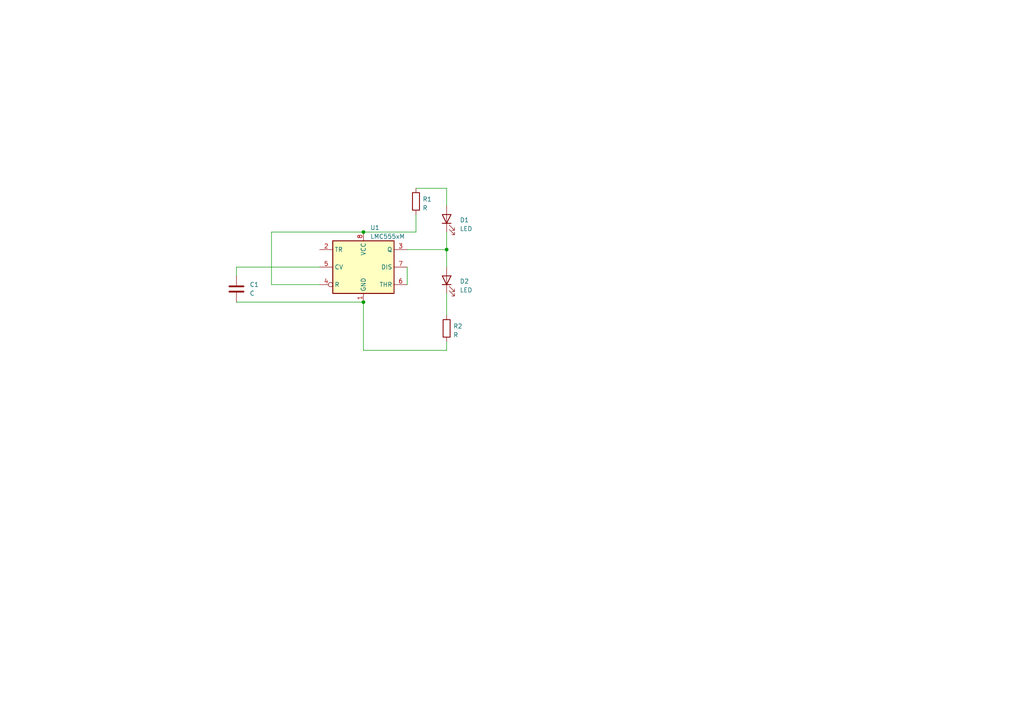
<source format=kicad_sch>
(kicad_sch (version 20231120) (generator "eeschema") (generator_version "8.0")
  (paper "A4")
  (lib_symbols
    (symbol "Device:C" (pin_numbers hide) (pin_names (offset 0.254))
      (property "Reference" "C" (at 0.635 2.54 0))
      (property "Value" "C" (at 0.635 -2.54 0))
      (symbol "C_0_1"
        (polyline (pts (xy -2.032 -0.762) (xy 2.032 -0.762)) (stroke (width 0.508)))
        (polyline (pts (xy -2.032 0.762) (xy 2.032 0.762)) (stroke (width 0.508)))
      )
      (symbol "C_1_1"
        (pin passive line (at 0 3.81 270) (length 2.794) (name "~") (number "1"))
        (pin passive line (at 0 -3.81 90) (length 2.794) (name "~") (number "2"))
      )
    )
    (symbol "Device:LED" (pin_numbers hide) (pin_names (offset 1.016) hide)
      (property "Reference" "D" (at 0 2.54 0))
      (property "Value" "LED" (at 0 -2.54 0))
      (symbol "LED_0_1"
        (polyline (pts (xy -1.27 -1.27) (xy -1.27 1.27)) (stroke (width 0.254)))
        (polyline (pts (xy -1.27 0) (xy 1.27 0)))
        (polyline (pts (xy 1.27 -1.27) (xy 1.27 1.27) (xy -1.27 0) (xy 1.27 -1.27)) (stroke (width 0.254)))
        (polyline (pts (xy -3.048 -0.762) (xy -4.572 -2.286) (xy -3.81 -2.286) (xy -4.572 -2.286) (xy -4.572 -1.524)))
        (polyline (pts (xy -1.778 -0.762) (xy -3.302 -2.286) (xy -2.54 -2.286) (xy -3.302 -2.286) (xy -3.302 -1.524)))
      )
      (symbol "LED_1_1"
        (pin passive line (at -3.81 0 0) (length 2.54) (name "K") (number "1"))
        (pin passive line (at 3.81 0 180) (length 2.54) (name "A") (number "2"))
      )
    )
    (symbol "Device:R" (pin_numbers hide) (pin_names (offset 0))
      (property "Reference" "R" (at 2.032 0 90))
      (property "Value" "R" (at 0 0 90))
      (symbol "R_0_1"
        (rectangle (start -1.016 -2.54) (end 1.016 2.54) (stroke (width 0.254)))
      )
      (symbol "R_1_1"
        (pin passive line (at 0 3.81 270) (length 1.27) (name "~") (number "1"))
        (pin passive line (at 0 -3.81 90) (length 1.27) (name "~") (number "2"))
      )
    )
    (symbol "Timer:LMC555xM"
      (property "Reference" "U" (at -10.16 8.89 0))
      (property "Value" "LMC555xM" (at 2.54 8.89 0))
      (symbol "LMC555xM_0_0"
        (pin power_in line (at 0 -10.16 90) (length 2.54) (name "GND") (number "1"))
        (pin power_in line (at 0 10.16 270) (length 2.54) (name "VCC") (number "8"))
      )
      (symbol "LMC555xM_0_1"
        (rectangle (start -8.89 -7.62) (end 8.89 7.62) (stroke (width 0.254)) (fill (type background)))
        (rectangle (start -8.89 -7.62) (end 8.89 7.62) (stroke (width 0.254)) (fill (type background)))
      )
      (symbol "LMC555xM_1_1"
        (pin input line (at -12.7 5.08 0) (length 3.81) (name "TR") (number "2"))
        (pin output line (at 12.7 5.08 180) (length 3.81) (name "Q") (number "3"))
        (pin input inverted (at -12.7 -5.08 0) (length 3.81) (name "R") (number "4"))
        (pin input line (at -12.7 0 0) (length 3.81) (name "CV") (number "5"))
        (pin input line (at 12.7 -5.08 180) (length 3.81) (name "THR") (number "6"))
        (pin input line (at 12.7 0 180) (length 3.81) (name "DIS") (number "7"))
      )
    )
  )
  (junction (at 105.41 67.31))
  (junction (at 129.54 72.39))
  (junction (at 105.41 87.63))
  (wire (pts (xy 120.65 62.23) (xy 120.65 67.31)))
  (wire (pts (xy 129.54 54.61) (xy 129.54 59.69)))
  (wire (pts (xy 120.65 54.61) (xy 129.54 54.61)))
  (wire (pts (xy 129.54 99.06) (xy 129.54 101.6)))
  (wire (pts (xy 78.74 82.55) (xy 78.74 67.31)))
  (wire (pts (xy 68.58 80.01) (xy 68.58 77.47)))
  (wire (pts (xy 68.58 77.47) (xy 92.71 77.47)))
  (wire (pts (xy 92.71 82.55) (xy 78.74 82.55)))
  (wire (pts (xy 105.41 101.6) (xy 105.41 87.63)))
  (wire (pts (xy 120.65 67.31) (xy 105.41 67.31)))
  (wire (pts (xy 129.54 72.39) (xy 129.54 77.47)))
  (wire (pts (xy 129.54 101.6) (xy 105.41 101.6)))
  (wire (pts (xy 129.54 85.09) (xy 129.54 91.44)))
  (wire (pts (xy 78.74 67.31) (xy 105.41 67.31)))
  (wire (pts (xy 68.58 87.63) (xy 105.41 87.63)))
  (wire (pts (xy 118.11 77.47) (xy 118.11 82.55)))
  (wire (pts (xy 129.54 72.39) (xy 118.11 72.39)))
  (wire (pts (xy 129.54 67.31) (xy 129.54 72.39)))
  (symbol (lib_id "Device:LED") (at 129.54 63.5 90) (unit 1)
    (property "Reference" "D1" (at 133.35 63.8174 90) (effects (justify right)))
    (property "Value" "LED" (at 133.35 66.3574 90) (effects (justify right)))
    (property "Footprint" "LED_SMD:LED_0805_2012Metric" (effects (hide yes)))
    (property "Description" "Light emitting diode" (effects (hide yes)))
  )
  (symbol (lib_id "Timer:LMC555xM") (at 105.41 77.47 0) (unit 1)
    (property "Reference" "U1" (at 107.3659 66.04 0) (effects (justify left)))
    (property "Value" "LMC555xM" (at 107.3659 68.58 0) (effects (justify left)))
    (property "Footprint" "Package_SO:SOIC-8_3.9x4.9mm_P1.27mm" (effects (hide yes)))
    (property "Datasheet" "http://www.ti.com/lit/ds/symlink/lmc555.pdf" (effects (hide yes)))
  )
  (symbol (lib_id "Device:R") (at 120.65 58.42 0) (unit 1)
    (property "Reference" "R1" (at 122.555 57.785 0) (effects (justify left)))
    (property "Value" "R" (at 122.555 60.325 0) (effects (justify left)))
    (property "Footprint" "Resistor_SMD:R_0805_2012Metric" (effects (hide yes)))
  )
  (symbol (lib_id "Device:LED") (at 129.54 81.28 90) (unit 1)
    (property "Reference" "D2" (at 133.35 81.5974 90) (effects (justify right)))
    (property "Value" "LED" (at 133.35 84.1374 90) (effects (justify right)))
    (property "Footprint" "LED_SMD:LED_0805_2012Metric" (effects (hide yes)))
    (property "Description" "Light emitting diode" (effects (hide yes)))
  )
  (symbol (lib_id "Device:C") (at 68.58 83.82 0) (unit 1)
    (property "Reference" "C1" (at 72.39 82.5499 0) (effects (justify left)))
    (property "Value" "C" (at 72.39 85.0899 0) (effects (justify left)))
    (property "Footprint" "Capacitor_SMD:C_0805_2012Metric" (effects (hide yes)))
    (property "Description" "Unpolarized capacitor" (effects (hide yes)))
  )
  (symbol (lib_id "Device:R") (at 129.54 95.25 0) (unit 1)
    (property "Reference" "R2" (at 131.445 94.615 0) (effects (justify left)))
    (property "Value" "R" (at 131.445 97.155 0) (effects (justify left)))
    (property "Footprint" "Resistor_SMD:R_0805_2012Metric" (effects (hide yes)))
  )
)
</source>
